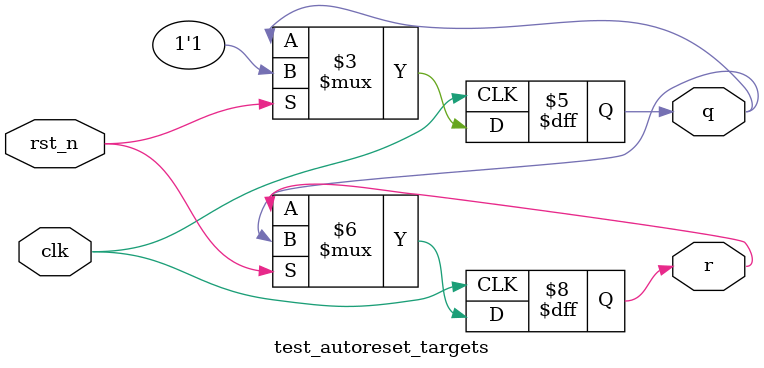
<source format=v>
module test_autoreset_targets (
    input wire clk,
    input wire rst_n,
    output reg q,
    output reg r
);
always @(posedge clk or negedge rst_n) begin
  if (!rst_n) begin
    /*AUTORESET*/
  end else begin
    q <= 1'b1;
    r <= q;
  end
end
endmodule

</source>
